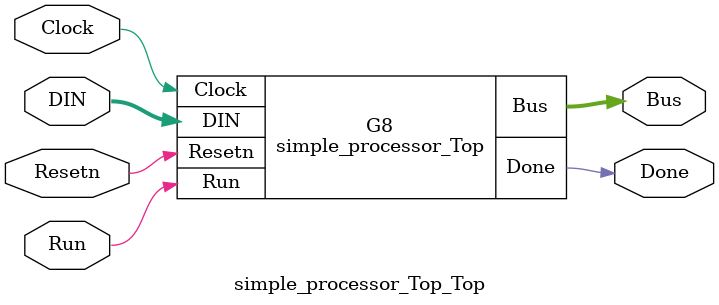
<source format=v>


module dec3to8_1 ( W, Y );
  input [2:0] W;
  output [9:0] Y;
  wire   n1, n2, n3, n4, n5, n6, n7;

  SAEDHVT14_INV_0P5 U3 ( .A(W[0]), .X(n3) );
  SAEDHVT14_INV_0P5 U4 ( .A(W[1]), .X(n2) );
  SAEDHVT14_INV_0P5 U5 ( .A(W[2]), .X(n1) );
  SAEDHVT14_ND2_CDC_0P5 U6 ( .A1(n2), .A2(n1), .X(n4) );
  SAEDHVT14_NR2_MM_0P5 U7 ( .A1(n3), .A2(n4), .X(Y[8]) );
  SAEDHVT14_ND2_CDC_0P5 U8 ( .A1(W[1]), .A2(n1), .X(n5) );
  SAEDHVT14_NR2_MM_0P5 U9 ( .A1(n3), .A2(n5), .X(Y[6]) );
  SAEDHVT14_ND2_CDC_0P5 U10 ( .A1(W[2]), .A2(n2), .X(n6) );
  SAEDHVT14_NR2_MM_0P5 U11 ( .A1(n3), .A2(n6), .X(Y[4]) );
  SAEDHVT14_AN3_0P5 U12 ( .A1(W[0]), .A2(W[1]), .A3(W[2]), .X(Y[2]) );
  SAEDHVT14_NR2_MM_0P5 U13 ( .A1(W[0]), .A2(n4), .X(Y[9]) );
  SAEDHVT14_NR2_MM_0P5 U14 ( .A1(W[0]), .A2(n5), .X(Y[7]) );
  SAEDHVT14_NR2_MM_0P5 U15 ( .A1(W[0]), .A2(n6), .X(Y[5]) );
  SAEDHVT14_ND2_CDC_0P5 U16 ( .A1(W[1]), .A2(W[2]), .X(n7) );
  SAEDHVT14_NR2_MM_0P5 U17 ( .A1(W[0]), .A2(n7), .X(Y[3]) );
endmodule


module dec3to8_3bit ( W, Y );
  input [2:0] W;
  output [2:0] Y;

  assign Y[2] = W[2];
  assign Y[1] = W[1];
  assign Y[0] = W[0];

endmodule


module dec3to8_0 ( W, Y );
  input [2:0] W;
  output [9:0] Y;
  wire   n1, n2, n3, n4, n5, n6, n7;

  SAEDHVT14_INV_0P5 U3 ( .A(W[0]), .X(n3) );
  SAEDHVT14_INV_0P5 U4 ( .A(W[2]), .X(n1) );
  SAEDHVT14_ND2_CDC_0P5 U5 ( .A1(W[1]), .A2(n1), .X(n6) );
  SAEDHVT14_NR2_MM_0P5 U6 ( .A1(n3), .A2(n6), .X(Y[6]) );
  SAEDHVT14_INV_0P5 U7 ( .A(W[1]), .X(n2) );
  SAEDHVT14_ND2_CDC_0P5 U8 ( .A1(W[2]), .A2(n2), .X(n4) );
  SAEDHVT14_NR2_MM_0P5 U9 ( .A1(n3), .A2(n4), .X(Y[4]) );
  SAEDHVT14_AN3_0P5 U10 ( .A1(W[0]), .A2(W[1]), .A3(W[2]), .X(Y[2]) );
  SAEDHVT14_ND2_CDC_0P5 U11 ( .A1(n2), .A2(n1), .X(n7) );
  SAEDHVT14_NR2_MM_0P5 U12 ( .A1(n3), .A2(n7), .X(Y[8]) );
  SAEDHVT14_NR2_MM_0P5 U13 ( .A1(W[0]), .A2(n4), .X(Y[5]) );
  SAEDHVT14_ND2_CDC_0P5 U14 ( .A1(W[1]), .A2(W[2]), .X(n5) );
  SAEDHVT14_NR2_MM_0P5 U15 ( .A1(W[0]), .A2(n5), .X(Y[3]) );
  SAEDHVT14_NR2_MM_0P5 U16 ( .A1(W[0]), .A2(n6), .X(Y[7]) );
  SAEDHVT14_NR2_MM_0P5 U17 ( .A1(W[0]), .A2(n7), .X(Y[9]) );
endmodule


module controller_new ( DIN, Run, Resetn, Clock, Done, R0out, R1out, R2out, 
        R3out, R4out, R5out, R6out, R7out, Gout, DINout, LdR0, LdR1, LdR2, 
        LdR3, LdR4, LdR5, LdR6, LdR7, LdA, LdG, Add_sub );
  input [8:0] DIN;
  input Run, Resetn, Clock;
  output Done, R0out, R1out, R2out, R3out, R4out, R5out, R6out, R7out, Gout,
         DINout, LdR0, LdR1, LdR2, LdR3, LdR4, LdR5, LdR6, LdR7, LdA, LdG,
         Add_sub;
  wire   N31, N32, N33, N34, IRin, N132, N133, N134, N135, N136, N137, N138,
         N139, N140, N141, N142, N143, N144, N145, N146, N147, N148, N149,
         N150, N151, N152, N153, N154, N155, N156, N157, N158, N159, n25, n26,
         n27, n28, n29, n1, n2, n3, n4, n5, n6, n7, n8, n9, n10, n11, n12, n13,
         n14, n15, n16, n17, n18, n19, n20, n21, n22, n23, n24, n30, n31,
         SYNOPSYS_UNCONNECTED_1, SYNOPSYS_UNCONNECTED_2,
         SYNOPSYS_UNCONNECTED_3, SYNOPSYS_UNCONNECTED_4;
  wire   [8:0] IR;
  wire   [9:2] Xreg;
  wire   [9:2] Yreg;
  wire   [2:0] opcode_decoded;
  wire   [3:0] PS;
  wire   [2:0] opcode;

  dec3to8_1 Z1 ( .W(IR[5:3]), .Y({Xreg, SYNOPSYS_UNCONNECTED_1, 
        SYNOPSYS_UNCONNECTED_2}) );
  dec3to8_0 Z2 ( .W(IR[2:0]), .Y({Yreg, SYNOPSYS_UNCONNECTED_3, 
        SYNOPSYS_UNCONNECTED_4}) );
  dec3to8_3bit Z3 ( .W(IR[8:6]), .Y(opcode_decoded) );
  SAEDHVT14_LDPQ_U_0P5 IR_reg_6_ ( .G(N145), .D(DIN[6]), .Q(IR[6]) );
  SAEDHVT14_LDPQ_U_0P5 IR_reg_7_ ( .G(N145), .D(DIN[7]), .Q(IR[7]) );
  SAEDHVT14_LDPQ_U_0P5 IR_reg_8_ ( .G(N145), .D(DIN[8]), .Q(IR[8]) );
  SAEDHVT14_LDPQ_U_0P5 IRin_reg ( .G(N144), .D(n28), .Q(IRin) );
  SAEDHVT14_LDPQ_U_0P5 LdA_reg ( .G(N141), .D(N142), .Q(LdA) );
  SAEDHVT14_LDPQ_U_0P5 LdG_reg ( .G(N141), .D(N143), .Q(LdG) );
  SAEDHVT14_LDPQ_U_0P5 Gout_reg ( .G(N149), .D(N159), .Q(Gout) );
  SAEDHVT14_LDPQ_U_0P5 IR_reg_5_ ( .G(N145), .D(DIN[5]), .Q(IR[5]) );
  SAEDHVT14_LDPQ_U_0P5 IR_reg_4_ ( .G(N145), .D(DIN[4]), .Q(IR[4]) );
  SAEDHVT14_LDPQ_U_0P5 IR_reg_3_ ( .G(N145), .D(DIN[3]), .Q(IR[3]) );
  SAEDHVT14_LDPQ_U_0P5 LdR7_reg ( .G(N132), .D(N140), .Q(LdR7) );
  SAEDHVT14_LDPQ_U_0P5 LdR6_reg ( .G(N132), .D(N139), .Q(LdR6) );
  SAEDHVT14_LDPQ_U_0P5 LdR5_reg ( .G(N132), .D(N138), .Q(LdR5) );
  SAEDHVT14_LDPQ_U_0P5 LdR4_reg ( .G(N132), .D(N137), .Q(LdR4) );
  SAEDHVT14_LDPQ_U_0P5 LdR3_reg ( .G(N132), .D(N136), .Q(LdR3) );
  SAEDHVT14_LDPQ_U_0P5 LdR2_reg ( .G(N132), .D(N135), .Q(LdR2) );
  SAEDHVT14_LDPQ_U_0P5 LdR1_reg ( .G(N132), .D(N134), .Q(LdR1) );
  SAEDHVT14_LDPQ_U_0P5 LdR0_reg ( .G(N132), .D(N133), .Q(LdR0) );
  SAEDHVT14_LDPQ_U_0P5 IR_reg_2_ ( .G(N145), .D(DIN[2]), .Q(IR[2]) );
  SAEDHVT14_LDPQ_U_0P5 IR_reg_1_ ( .G(N145), .D(DIN[1]), .Q(IR[1]) );
  SAEDHVT14_LDPQ_U_0P5 IR_reg_0_ ( .G(N145), .D(DIN[0]), .Q(IR[0]) );
  SAEDHVT14_LDPQ_U_0P5 R7out_reg ( .G(N149), .D(N158), .Q(R7out) );
  SAEDHVT14_LDPQ_U_0P5 R6out_reg ( .G(N149), .D(N157), .Q(R6out) );
  SAEDHVT14_LDPQ_U_0P5 R5out_reg ( .G(N149), .D(N156), .Q(R5out) );
  SAEDHVT14_LDPQ_U_0P5 Done_reg ( .G(N146), .D(N147), .Q(Done) );
  SAEDHVT14_LDPQ_U_0P5 Add_sub_reg ( .G(N148), .D(n29), .Q(Add_sub) );
  SAEDHVT14_LDPQ_U_0P5 DINout_reg ( .G(N149), .D(N150), .Q(DINout) );
  SAEDHVT14_LDPQ_U_0P5 R0out_reg ( .G(N149), .D(N151), .Q(R0out) );
  SAEDHVT14_LDPQ_U_0P5 R1out_reg ( .G(N149), .D(N152), .Q(R1out) );
  SAEDHVT14_LDPQ_U_0P5 R2out_reg ( .G(N149), .D(N153), .Q(R2out) );
  SAEDHVT14_LDPQ_U_0P5 R3out_reg ( .G(N149), .D(N154), .Q(R3out) );
  SAEDHVT14_LDPQ_U_0P5 R4out_reg ( .G(N149), .D(N155), .Q(R4out) );
  SAEDHVT14_FDP_V2LP_0P5 PS_reg_0_ ( .D(N31), .CK(Clock), .Q(PS[0]) );
  SAEDHVT14_FDP_V2LP_0P5 opcode_reg_2_ ( .D(n27), .CK(Clock), .Q(opcode[2]) );
  SAEDHVT14_FDP_V2LP_0P5 opcode_reg_0_ ( .D(n26), .CK(Clock), .Q(opcode[0]) );
  SAEDHVT14_FDP_V2LP_0P5 opcode_reg_1_ ( .D(n25), .CK(Clock), .Q(opcode[1]) );
  SAEDHVT14_FDP_V2LP_0P5 PS_reg_2_ ( .D(N33), .CK(Clock), .Q(PS[2]), .QN(n31)
         );
  SAEDHVT14_FDP_V2LP_0P5 PS_reg_1_ ( .D(N32), .CK(Clock), .Q(PS[1]), .QN(n30)
         );
  SAEDHVT14_FDP_V2LP_0P5 PS_reg_3_ ( .D(N34), .CK(Clock), .Q(PS[3]), .QN(n24)
         );
  SAEDHVT14_AN2_MM_0P5 U3 ( .A1(Xreg[4]), .A2(N147), .X(N138) );
  SAEDHVT14_AN2_MM_0P5 U4 ( .A1(Xreg[8]), .A2(N147), .X(N134) );
  SAEDHVT14_AN2_MM_0P5 U5 ( .A1(Xreg[7]), .A2(N147), .X(N135) );
  SAEDHVT14_AN2_MM_0P5 U6 ( .A1(Xreg[9]), .A2(N147), .X(N133) );
  SAEDHVT14_AN2_MM_0P5 U7 ( .A1(Xreg[6]), .A2(N147), .X(N136) );
  SAEDHVT14_AN2_MM_0P5 U8 ( .A1(Xreg[5]), .A2(N147), .X(N137) );
  SAEDHVT14_AN2_MM_0P5 U9 ( .A1(Xreg[3]), .A2(N147), .X(N139) );
  SAEDHVT14_AN2_MM_0P5 U10 ( .A1(Xreg[2]), .A2(N147), .X(N140) );
  SAEDHVT14_NR2_MM_0P5 U11 ( .A1(PS[0]), .A2(PS[2]), .X(n2) );
  SAEDHVT14_AN3_0P5 U12 ( .A1(PS[1]), .A2(n2), .A3(n24), .X(N142) );
  SAEDHVT14_INV_0P5 U13 ( .A(N142), .X(n19) );
  SAEDHVT14_NR2_MM_0P5 U14 ( .A1(opcode[1]), .A2(opcode[0]), .X(n11) );
  SAEDHVT14_NR2_MM_0P5 U15 ( .A1(n11), .A2(opcode[2]), .X(n20) );
  SAEDHVT14_ND2_CDC_0P5 U16 ( .A1(opcode[1]), .A2(opcode[0]), .X(n14) );
  SAEDHVT14_ND2_CDC_0P5 U17 ( .A1(n20), .A2(n14), .X(n1) );
  SAEDHVT14_NR2_MM_0P5 U18 ( .A1(n19), .A2(n1), .X(N148) );
  SAEDHVT14_OR4_1 U19 ( .A1(n31), .A2(PS[1]), .A3(PS[3]), .A4(PS[0]), .X(n17)
         );
  SAEDHVT14_INV_0P5 U20 ( .A(n17), .X(N143) );
  SAEDHVT14_AN4_0P75 U21 ( .A1(PS[0]), .A2(n30), .A3(n24), .A4(n31), .X(n28)
         );
  SAEDHVT14_INV_0P5 U22 ( .A(n1), .X(n18) );
  SAEDHVT14_ND2_CDC_0P5 U23 ( .A1(N143), .A2(n18), .X(n10) );
  SAEDHVT14_INV_0P5 U24 ( .A(n28), .X(n12) );
  SAEDHVT14_ND3B_0P5 U25 ( .A(N148), .B1(n10), .B2(n12), .X(N141) );
  SAEDHVT14_AN3_0P5 U26 ( .A1(PS[3]), .A2(n2), .A3(n30), .X(N159) );
  SAEDHVT14_ND2B_U_0P5 U27 ( .A(opcode[2]), .B(N143), .X(n15) );
  SAEDHVT14_NR2_MM_0P5 U28 ( .A1(opcode[2]), .A2(n19), .X(n6) );
  SAEDHVT14_ND2_CDC_0P5 U29 ( .A1(n11), .A2(n6), .X(n8) );
  SAEDHVT14_ND2_CDC_0P5 U30 ( .A1(n18), .A2(N159), .X(n3) );
  SAEDHVT14_AN3_0P5 U31 ( .A1(n8), .A2(n12), .A3(n3), .X(n4) );
  SAEDHVT14_OAI21_0P5 U32 ( .A1(n14), .A2(n15), .B(n4), .X(N146) );
  SAEDHVT14_INV_0P5 U33 ( .A(n6), .X(n16) );
  SAEDHVT14_INV_0P5 U34 ( .A(N146), .X(n5) );
  SAEDHVT14_OAI21_0P5 U35 ( .A1(n16), .A2(n14), .B(n5), .X(N132) );
  SAEDHVT14_AOI21_0P5 U36 ( .A1(n18), .A2(N159), .B(n6), .X(n7) );
  SAEDHVT14_OAI21_0P5 U37 ( .A1(n11), .A2(n15), .B(n7), .X(N149) );
  SAEDHVT14_NR3B_U_0P5 U38 ( .A(opcode[0]), .B1(opcode[1]), .B2(opcode[2]), 
        .X(n29) );
  SAEDHVT14_ND2_CDC_0P5 U39 ( .A1(n8), .A2(n10), .X(n9) );
  SAEDHVT14_AO22_0P5 U40 ( .A1(Xreg[5]), .A2(N148), .B1(Yreg[5]), .B2(n9), .X(
        N155) );
  SAEDHVT14_AO22_0P5 U41 ( .A1(Xreg[6]), .A2(N148), .B1(Yreg[6]), .B2(n9), .X(
        N154) );
  SAEDHVT14_AO22_0P5 U42 ( .A1(Xreg[3]), .A2(N148), .B1(Yreg[3]), .B2(n9), .X(
        N157) );
  SAEDHVT14_AO22_0P5 U43 ( .A1(Xreg[4]), .A2(N148), .B1(Yreg[4]), .B2(n9), .X(
        N156) );
  SAEDHVT14_AO22_0P5 U44 ( .A1(Xreg[7]), .A2(N148), .B1(Yreg[7]), .B2(n9), .X(
        N153) );
  SAEDHVT14_AO22_0P5 U45 ( .A1(Xreg[2]), .A2(N148), .B1(Yreg[2]), .B2(n9), .X(
        N158) );
  SAEDHVT14_AO22_0P5 U46 ( .A1(Xreg[8]), .A2(N148), .B1(Yreg[8]), .B2(n9), .X(
        N152) );
  SAEDHVT14_AO22_0P5 U47 ( .A1(Xreg[9]), .A2(N148), .B1(Yreg[9]), .B2(n9), .X(
        N151) );
  SAEDHVT14_MUX2_U_0P5 U48 ( .D0(opcode[0]), .D1(opcode_decoded[0]), .S(IRin), 
        .X(n26) );
  SAEDHVT14_MUX2_U_0P5 U49 ( .D0(opcode[1]), .D1(opcode_decoded[1]), .S(IRin), 
        .X(n25) );
  SAEDHVT14_MUX2_U_0P5 U50 ( .D0(opcode[2]), .D1(opcode_decoded[2]), .S(IRin), 
        .X(n27) );
  SAEDHVT14_ND2_CDC_0P5 U51 ( .A1(n28), .A2(Run), .X(n13) );
  SAEDHVT14_INV_0P5 U52 ( .A(Resetn), .X(n22) );
  SAEDHVT14_NR2_MM_0P5 U53 ( .A1(n13), .A2(n22), .X(N32) );
  SAEDHVT14_NR2_MM_0P5 U54 ( .A1(n10), .A2(n22), .X(N34) );
  SAEDHVT14_NR3_0P5 U55 ( .A1(n16), .A2(n22), .A3(n11), .X(N33) );
  SAEDHVT14_OR3_0P5 U56 ( .A1(N142), .A2(N143), .A3(N159), .X(N147) );
  SAEDHVT14_ND2_CDC_0P5 U57 ( .A1(n19), .A2(n12), .X(N144) );
  SAEDHVT14_INV_0P5 U58 ( .A(n13), .X(N145) );
  SAEDHVT14_AOI21_0P5 U59 ( .A1(n16), .A2(n15), .B(n14), .X(N150) );
  SAEDHVT14_NR2_MM_0P5 U60 ( .A1(N147), .A2(N145), .X(n23) );
  SAEDHVT14_OAI22_0P5 U61 ( .A1(n20), .A2(n19), .B1(n18), .B2(n17), .X(n21) );
  SAEDHVT14_OR4_1 U62 ( .A1(N159), .A2(n23), .A3(n22), .A4(n21), .X(N31) );
endmodule


module mux_10to1 ( R0out, R1out, R2out, R3out, R4out, R5out, R6out, R7out, 
        Gout, DINout, DIN, R0, R1, R2, R3, R4, R5, R6, R7, G, Bus );
  input [8:0] DIN;
  input [8:0] R0;
  input [8:0] R1;
  input [8:0] R2;
  input [8:0] R3;
  input [8:0] R4;
  input [8:0] R5;
  input [8:0] R6;
  input [8:0] R7;
  input [8:0] G;
  output [8:0] Bus;
  input R0out, R1out, R2out, R3out, R4out, R5out, R6out, R7out, Gout, DINout;
  wire   N20, N21, N22, N23, N24, N25, N26, N27, N28, N29, n1, n2, n3, n4, n5,
         n6, n7, n8, n9, n10, n11, n12, n13, n14, n15, n16, n17, n18, n19, n20,
         n21, n22, n23, n24, n25, n26, n27, n28, n29, n30, n31, n32, n33, n34,
         n35, n36, n37, n38, n39, n40, n41, n42, n43, n44, n45, n46, n47, n48,
         n49, n50, n51, n52, n53, n54, n55, n56, n57, n58, n59, n60, n61, n62,
         n63, n64, n65, n66, n67, n68, n69, n70, n71, n72, n73, n74, n75, n76,
         n77, n78, n79, n80, n81, n82, n83, n84, n85, n86, n87;

  SAEDHVT14_LDPQ_U_0P5 Bus_reg_8_ ( .G(N20), .D(N29), .Q(Bus[8]) );
  SAEDHVT14_LDPQ_U_0P5 Bus_reg_7_ ( .G(N20), .D(N28), .Q(Bus[7]) );
  SAEDHVT14_LDPQ_U_0P5 Bus_reg_6_ ( .G(N20), .D(N27), .Q(Bus[6]) );
  SAEDHVT14_LDPQ_U_0P5 Bus_reg_5_ ( .G(N20), .D(N26), .Q(Bus[5]) );
  SAEDHVT14_LDPQ_U_0P5 Bus_reg_4_ ( .G(N20), .D(N25), .Q(Bus[4]) );
  SAEDHVT14_LDPQ_U_0P5 Bus_reg_3_ ( .G(N20), .D(N24), .Q(Bus[3]) );
  SAEDHVT14_LDPQ_U_0P5 Bus_reg_2_ ( .G(N20), .D(N23), .Q(Bus[2]) );
  SAEDHVT14_LDPQ_U_0P5 Bus_reg_1_ ( .G(N20), .D(N22), .Q(Bus[1]) );
  SAEDHVT14_LDPQ_U_0P5 Bus_reg_0_ ( .G(N20), .D(N21), .Q(Bus[0]) );
  SAEDHVT14_INV_0P5 U3 ( .A(R6out), .X(n17) );
  SAEDHVT14_INV_0P5 U4 ( .A(R0out), .X(n8) );
  SAEDHVT14_INV_0P5 U5 ( .A(R4out), .X(n15) );
  SAEDHVT14_ND2_CDC_0P5 U6 ( .A1(n8), .A2(n15), .X(n2) );
  SAEDHVT14_OR3_0P5 U7 ( .A1(R7out), .A2(Gout), .A3(DINout), .X(n1) );
  SAEDHVT14_OR4_1 U8 ( .A1(R2out), .A2(R3out), .A3(R1out), .A4(n1), .X(n6) );
  SAEDHVT14_NR2_MM_0P5 U9 ( .A1(n2), .A2(n6), .X(n18) );
  SAEDHVT14_INV_0P5 U10 ( .A(R5out), .X(n5) );
  SAEDHVT14_AN3_0P5 U11 ( .A1(R6out), .A2(n18), .A3(n5), .X(n72) );
  SAEDHVT14_OR4_1 U12 ( .A1(R5out), .A2(R6out), .A3(R0out), .A4(R4out), .X(n12) );
  SAEDHVT14_OR4_1 U13 ( .A1(R7out), .A2(Gout), .A3(DINout), .A4(n12), .X(n9)
         );
  SAEDHVT14_NR2_MM_0P5 U14 ( .A1(R1out), .A2(n9), .X(n4) );
  SAEDHVT14_INV_0P5 U15 ( .A(R3out), .X(n3) );
  SAEDHVT14_NR3B_U_0P5 U16 ( .A(n4), .B1(n3), .B2(R2out), .X(n80) );
  SAEDHVT14_AN3_0P5 U17 ( .A1(R2out), .A2(n4), .A3(n3), .X(n73) );
  SAEDHVT14_ND2_CDC_0P5 U18 ( .A1(n5), .A2(n17), .X(n7) );
  SAEDHVT14_NR2_MM_0P5 U19 ( .A1(n7), .A2(n6), .X(n16) );
  SAEDHVT14_AN3_0P5 U20 ( .A1(R4out), .A2(n16), .A3(n8), .X(n81) );
  SAEDHVT14_INV_0P5 U21 ( .A(n9), .X(n11) );
  SAEDHVT14_NR2_MM_0P5 U22 ( .A1(R2out), .A2(R3out), .X(n10) );
  SAEDHVT14_AN3_0P5 U23 ( .A1(R1out), .A2(n11), .A3(n10), .X(n79) );
  SAEDHVT14_NR2_MM_0P5 U24 ( .A1(Gout), .A2(DINout), .X(n14) );
  SAEDHVT14_OR4_1 U25 ( .A1(R2out), .A2(R3out), .A3(R1out), .A4(n12), .X(n19)
         );
  SAEDHVT14_INV_0P5 U26 ( .A(n19), .X(n13) );
  SAEDHVT14_AN3_0P5 U27 ( .A1(R7out), .A2(n14), .A3(n13), .X(n78) );
  SAEDHVT14_OR4_1 U28 ( .A1(n73), .A2(n81), .A3(n79), .A4(n78), .X(n23) );
  SAEDHVT14_AN3_0P5 U29 ( .A1(R0out), .A2(n16), .A3(n15), .X(n75) );
  SAEDHVT14_AN3_0P5 U30 ( .A1(R5out), .A2(n18), .A3(n17), .X(n74) );
  SAEDHVT14_NR2_MM_0P5 U31 ( .A1(R7out), .A2(n19), .X(n21) );
  SAEDHVT14_INV_0P5 U32 ( .A(DINout), .X(n20) );
  SAEDHVT14_NR3B_U_0P5 U33 ( .A(n21), .B1(n20), .B2(Gout), .X(n77) );
  SAEDHVT14_AN3_0P5 U34 ( .A1(Gout), .A2(n21), .A3(n20), .X(n76) );
  SAEDHVT14_OR4_1 U35 ( .A1(n75), .A2(n74), .A3(n77), .A4(n76), .X(n22) );
  SAEDHVT14_OR4_1 U36 ( .A1(n72), .A2(n80), .A3(n23), .A4(n22), .X(N20) );
  SAEDHVT14_AOI22_0P5 U37 ( .A1(n73), .A2(R2[0]), .B1(n72), .B2(R6[0]), .X(n29) );
  SAEDHVT14_AOI22_0P5 U38 ( .A1(n75), .A2(R0[0]), .B1(n74), .B2(R5[0]), .X(n27) );
  SAEDHVT14_AOI22_0P5 U39 ( .A1(n77), .A2(DIN[0]), .B1(n76), .B2(G[0]), .X(n26) );
  SAEDHVT14_AOI22_0P5 U40 ( .A1(n79), .A2(R1[0]), .B1(n78), .B2(R7[0]), .X(n25) );
  SAEDHVT14_AOI22_0P5 U41 ( .A1(n81), .A2(R4[0]), .B1(n80), .B2(R3[0]), .X(n24) );
  SAEDHVT14_AN4_0P75 U42 ( .A1(n27), .A2(n26), .A3(n25), .A4(n24), .X(n28) );
  SAEDHVT14_ND2_CDC_0P5 U43 ( .A1(n29), .A2(n28), .X(N21) );
  SAEDHVT14_AOI22_0P5 U44 ( .A1(n73), .A2(R2[3]), .B1(n72), .B2(R6[3]), .X(n35) );
  SAEDHVT14_AOI22_0P5 U45 ( .A1(n75), .A2(R0[3]), .B1(n74), .B2(R5[3]), .X(n33) );
  SAEDHVT14_AOI22_0P5 U46 ( .A1(n77), .A2(DIN[3]), .B1(n76), .B2(G[3]), .X(n32) );
  SAEDHVT14_AOI22_0P5 U47 ( .A1(n79), .A2(R1[3]), .B1(n78), .B2(R7[3]), .X(n31) );
  SAEDHVT14_AOI22_0P5 U48 ( .A1(n81), .A2(R4[3]), .B1(n80), .B2(R3[3]), .X(n30) );
  SAEDHVT14_AN4_0P75 U49 ( .A1(n33), .A2(n32), .A3(n31), .A4(n30), .X(n34) );
  SAEDHVT14_ND2_CDC_0P5 U50 ( .A1(n35), .A2(n34), .X(N24) );
  SAEDHVT14_AOI22_0P5 U51 ( .A1(n73), .A2(R2[5]), .B1(n72), .B2(R6[5]), .X(n41) );
  SAEDHVT14_AOI22_0P5 U52 ( .A1(n75), .A2(R0[5]), .B1(n74), .B2(R5[5]), .X(n39) );
  SAEDHVT14_AOI22_0P5 U53 ( .A1(n77), .A2(DIN[5]), .B1(n76), .B2(G[5]), .X(n38) );
  SAEDHVT14_AOI22_0P5 U54 ( .A1(n79), .A2(R1[5]), .B1(n78), .B2(R7[5]), .X(n37) );
  SAEDHVT14_AOI22_0P5 U55 ( .A1(n81), .A2(R4[5]), .B1(n80), .B2(R3[5]), .X(n36) );
  SAEDHVT14_AN4_0P75 U56 ( .A1(n39), .A2(n38), .A3(n37), .A4(n36), .X(n40) );
  SAEDHVT14_ND2_CDC_0P5 U57 ( .A1(n41), .A2(n40), .X(N26) );
  SAEDHVT14_AOI22_0P5 U58 ( .A1(n73), .A2(R2[1]), .B1(n72), .B2(R6[1]), .X(n47) );
  SAEDHVT14_AOI22_0P5 U59 ( .A1(n75), .A2(R0[1]), .B1(n74), .B2(R5[1]), .X(n45) );
  SAEDHVT14_AOI22_0P5 U60 ( .A1(n77), .A2(DIN[1]), .B1(n76), .B2(G[1]), .X(n44) );
  SAEDHVT14_AOI22_0P5 U61 ( .A1(n79), .A2(R1[1]), .B1(n78), .B2(R7[1]), .X(n43) );
  SAEDHVT14_AOI22_0P5 U62 ( .A1(n81), .A2(R4[1]), .B1(n80), .B2(R3[1]), .X(n42) );
  SAEDHVT14_AN4_0P75 U63 ( .A1(n45), .A2(n44), .A3(n43), .A4(n42), .X(n46) );
  SAEDHVT14_ND2_CDC_0P5 U64 ( .A1(n47), .A2(n46), .X(N22) );
  SAEDHVT14_AOI22_0P5 U65 ( .A1(n73), .A2(R2[2]), .B1(n72), .B2(R6[2]), .X(n53) );
  SAEDHVT14_AOI22_0P5 U66 ( .A1(n75), .A2(R0[2]), .B1(n74), .B2(R5[2]), .X(n51) );
  SAEDHVT14_AOI22_0P5 U67 ( .A1(n77), .A2(DIN[2]), .B1(n76), .B2(G[2]), .X(n50) );
  SAEDHVT14_AOI22_0P5 U68 ( .A1(n79), .A2(R1[2]), .B1(n78), .B2(R7[2]), .X(n49) );
  SAEDHVT14_AOI22_0P5 U69 ( .A1(n81), .A2(R4[2]), .B1(n80), .B2(R3[2]), .X(n48) );
  SAEDHVT14_AN4_0P75 U70 ( .A1(n51), .A2(n50), .A3(n49), .A4(n48), .X(n52) );
  SAEDHVT14_ND2_CDC_0P5 U71 ( .A1(n53), .A2(n52), .X(N23) );
  SAEDHVT14_AOI22_0P5 U72 ( .A1(n73), .A2(R2[8]), .B1(n72), .B2(R6[8]), .X(n59) );
  SAEDHVT14_AOI22_0P5 U73 ( .A1(n75), .A2(R0[8]), .B1(n74), .B2(R5[8]), .X(n57) );
  SAEDHVT14_AOI22_0P5 U74 ( .A1(n77), .A2(DIN[8]), .B1(n76), .B2(G[8]), .X(n56) );
  SAEDHVT14_AOI22_0P5 U75 ( .A1(n79), .A2(R1[8]), .B1(n78), .B2(R7[8]), .X(n55) );
  SAEDHVT14_AOI22_0P5 U76 ( .A1(n81), .A2(R4[8]), .B1(n80), .B2(R3[8]), .X(n54) );
  SAEDHVT14_AN4_0P75 U77 ( .A1(n57), .A2(n56), .A3(n55), .A4(n54), .X(n58) );
  SAEDHVT14_ND2_CDC_0P5 U78 ( .A1(n59), .A2(n58), .X(N29) );
  SAEDHVT14_AOI22_0P5 U79 ( .A1(n73), .A2(R2[7]), .B1(n72), .B2(R6[7]), .X(n65) );
  SAEDHVT14_AOI22_0P5 U80 ( .A1(n75), .A2(R0[7]), .B1(n74), .B2(R5[7]), .X(n63) );
  SAEDHVT14_AOI22_0P5 U81 ( .A1(n77), .A2(DIN[7]), .B1(n76), .B2(G[7]), .X(n62) );
  SAEDHVT14_AOI22_0P5 U82 ( .A1(n79), .A2(R1[7]), .B1(n78), .B2(R7[7]), .X(n61) );
  SAEDHVT14_AOI22_0P5 U83 ( .A1(n81), .A2(R4[7]), .B1(n80), .B2(R3[7]), .X(n60) );
  SAEDHVT14_AN4_0P75 U84 ( .A1(n63), .A2(n62), .A3(n61), .A4(n60), .X(n64) );
  SAEDHVT14_ND2_CDC_0P5 U85 ( .A1(n65), .A2(n64), .X(N28) );
  SAEDHVT14_AOI22_0P5 U86 ( .A1(n73), .A2(R2[6]), .B1(n72), .B2(R6[6]), .X(n71) );
  SAEDHVT14_AOI22_0P5 U87 ( .A1(n75), .A2(R0[6]), .B1(n74), .B2(R5[6]), .X(n69) );
  SAEDHVT14_AOI22_0P5 U88 ( .A1(n77), .A2(DIN[6]), .B1(n76), .B2(G[6]), .X(n68) );
  SAEDHVT14_AOI22_0P5 U89 ( .A1(n79), .A2(R1[6]), .B1(n78), .B2(R7[6]), .X(n67) );
  SAEDHVT14_AOI22_0P5 U90 ( .A1(n81), .A2(R4[6]), .B1(n80), .B2(R3[6]), .X(n66) );
  SAEDHVT14_AN4_0P75 U91 ( .A1(n69), .A2(n68), .A3(n67), .A4(n66), .X(n70) );
  SAEDHVT14_ND2_CDC_0P5 U92 ( .A1(n71), .A2(n70), .X(N27) );
  SAEDHVT14_AOI22_0P5 U93 ( .A1(n73), .A2(R2[4]), .B1(n72), .B2(R6[4]), .X(n87) );
  SAEDHVT14_AOI22_0P5 U94 ( .A1(n75), .A2(R0[4]), .B1(n74), .B2(R5[4]), .X(n85) );
  SAEDHVT14_AOI22_0P5 U95 ( .A1(n77), .A2(DIN[4]), .B1(n76), .B2(G[4]), .X(n84) );
  SAEDHVT14_AOI22_0P5 U96 ( .A1(n79), .A2(R1[4]), .B1(n78), .B2(R7[4]), .X(n83) );
  SAEDHVT14_AOI22_0P5 U97 ( .A1(n81), .A2(R4[4]), .B1(n80), .B2(R3[4]), .X(n82) );
  SAEDHVT14_AN4_0P75 U98 ( .A1(n85), .A2(n84), .A3(n83), .A4(n82), .X(n86) );
  SAEDHVT14_ND2_CDC_0P5 U99 ( .A1(n87), .A2(n86), .X(N25) );
endmodule


module half_adder_33 ( a, b, sum, cout );
  input a, b;
  output sum, cout;


  SAEDHVT14_AN2_MM_0P5 U1 ( .A1(b), .A2(a), .X(cout) );
  SAEDHVT14_OA21B_1 U2 ( .A1(b), .A2(a), .B(cout), .X(sum) );
endmodule


module half_adder_32 ( a, b, sum, cout );
  input a, b;
  output sum, cout;


  SAEDHVT14_AN2_MM_0P5 U1 ( .A1(b), .A2(a), .X(cout) );
  SAEDHVT14_OA21B_1 U2 ( .A1(b), .A2(a), .B(cout), .X(sum) );
endmodule


module full_adder_16 ( a, b, cin, sum, cout );
  input a, b, cin;
  output sum, cout;
  wire   x, y, z;

  half_adder_33 h1 ( .a(a), .b(b), .sum(x), .cout(y) );
  half_adder_32 h2 ( .a(x), .b(cin), .sum(sum), .cout(z) );
  SAEDRVT14_OR2_0P5 U1 ( .A1(z), .A2(y), .X(cout) );
endmodule


module half_adder_30 ( a, b, sum, cout );
  input a, b;
  output sum, cout;
  wire   a;
  assign sum = a;

endmodule


module half_adder_31 ( a, b, sum, cout );
  input a, b;
  output sum, cout;


  SAEDHVT14_AN2_MM_0P5 U1 ( .A1(b), .A2(a), .X(cout) );
  SAEDHVT14_OA21B_1 U2 ( .A1(b), .A2(a), .B(cout), .X(sum) );
endmodule


module full_adder_15 ( a, b, cin, sum, cout );
  input a, b, cin;
  output sum, cout;
  wire   n1, x;

  half_adder_31 h1 ( .a(a), .b(b), .sum(x), .cout(cout) );
  half_adder_30 h2 ( .a(x), .b(n1), .sum(sum) );
  SAEDLVT14_TIE0_V1_2 U1 ( .X(n1) );
endmodule


module half_adder_24 ( a, b, sum, cout );
  input a, b;
  output sum, cout;


  SAEDHVT14_AN2_MM_0P5 U1 ( .A1(b), .A2(a), .X(cout) );
  SAEDHVT14_OA21B_1 U2 ( .A1(b), .A2(a), .B(cout), .X(sum) );
endmodule


module half_adder_25 ( a, b, sum, cout );
  input a, b;
  output sum, cout;


  SAEDHVT14_AN2_MM_0P5 U1 ( .A1(b), .A2(a), .X(cout) );
  SAEDHVT14_OA21B_1 U2 ( .A1(b), .A2(a), .B(cout), .X(sum) );
endmodule


module full_adder_12 ( a, b, cin, sum, cout );
  input a, b, cin;
  output sum, cout;
  wire   x, y, z;

  half_adder_25 h1 ( .a(a), .b(b), .sum(x), .cout(y) );
  half_adder_24 h2 ( .a(x), .b(cin), .sum(sum), .cout(z) );
  SAEDRVT14_OR2_0P5 U1 ( .A1(z), .A2(y), .X(cout) );
endmodule


module half_adder_26 ( a, b, sum, cout );
  input a, b;
  output sum, cout;


  SAEDHVT14_AN2_MM_0P5 U1 ( .A1(b), .A2(a), .X(cout) );
  SAEDHVT14_OA21B_1 U2 ( .A1(b), .A2(a), .B(cout), .X(sum) );
endmodule


module half_adder_27 ( a, b, sum, cout );
  input a, b;
  output sum, cout;


  SAEDHVT14_AN2_MM_0P5 U1 ( .A1(b), .A2(a), .X(cout) );
  SAEDHVT14_OA21B_1 U2 ( .A1(b), .A2(a), .B(cout), .X(sum) );
endmodule


module full_adder_13 ( a, b, cin, sum, cout );
  input a, b, cin;
  output sum, cout;
  wire   x, y, z;

  half_adder_27 h1 ( .a(a), .b(b), .sum(x), .cout(y) );
  half_adder_26 h2 ( .a(x), .b(cin), .sum(sum), .cout(z) );
  SAEDRVT14_OR2_0P5 U1 ( .A1(z), .A2(y), .X(cout) );
endmodule


module half_adder_28 ( a, b, sum, cout );
  input a, b;
  output sum, cout;


  SAEDHVT14_AN2_MM_0P5 U1 ( .A1(b), .A2(a), .X(cout) );
  SAEDHVT14_OA21B_1 U2 ( .A1(b), .A2(a), .B(cout), .X(sum) );
endmodule


module half_adder_29 ( a, b, sum, cout );
  input a, b;
  output sum, cout;


  SAEDHVT14_AN2_MM_0P5 U1 ( .A1(b), .A2(a), .X(cout) );
  SAEDHVT14_OA21B_1 U2 ( .A1(b), .A2(a), .B(cout), .X(sum) );
endmodule


module full_adder_14 ( a, b, cin, sum, cout );
  input a, b, cin;
  output sum, cout;
  wire   x, y, z;

  half_adder_29 h1 ( .a(a), .b(b), .sum(x), .cout(y) );
  half_adder_28 h2 ( .a(x), .b(cin), .sum(sum), .cout(z) );
  SAEDRVT14_OR2_0P5 U1 ( .A1(z), .A2(y), .X(cout) );
endmodule


module ripple_carry_4_bit_3 ( a, b, cin, sum, cout );
  input [3:0] a;
  input [3:0] b;
  output [3:0] sum;
  input cin;
  output cout;
  wire   n1, c1, c2, c3;

  full_adder_15 fa0 ( .a(a[0]), .b(b[0]), .cin(n1), .sum(sum[0]), .cout(c1) );
  full_adder_14 fa1 ( .a(a[1]), .b(b[1]), .cin(c1), .sum(sum[1]), .cout(c2) );
  full_adder_13 fa2 ( .a(a[2]), .b(b[2]), .cin(c2), .sum(sum[2]), .cout(c3) );
  full_adder_12 fa3 ( .a(a[3]), .b(b[3]), .cin(c3), .sum(sum[3]), .cout(cout)
         );
  SAEDLVT14_TIE0_V1_2 U1 ( .X(n1) );
endmodule


module half_adder_22 ( a, b, sum, cout );
  input a, b;
  output sum, cout;
  wire   a;
  assign cout = a;

  SAEDHVT14_INV_0P5 U1 ( .A(a), .X(sum) );
endmodule


module half_adder_23 ( a, b, sum, cout );
  input a, b;
  output sum, cout;


  SAEDHVT14_AN2_MM_0P5 U1 ( .A1(b), .A2(a), .X(cout) );
  SAEDHVT14_OA21B_1 U2 ( .A1(b), .A2(a), .B(cout), .X(sum) );
endmodule


module full_adder_11 ( a, b, cin, sum, cout );
  input a, b, cin;
  output sum, cout;
  wire   n1, x, y, z;

  half_adder_23 h1 ( .a(a), .b(b), .sum(x), .cout(y) );
  half_adder_22 h2 ( .a(x), .b(n1), .sum(sum), .cout(z) );
  SAEDLVT14_TIE1_4 U1 ( .X(n1) );
  SAEDRVT14_OR2_0P5 U2 ( .A1(z), .A2(y), .X(cout) );
endmodule


module half_adder_16 ( a, b, sum, cout );
  input a, b;
  output sum, cout;


  SAEDHVT14_AN2_MM_0P5 U1 ( .A1(b), .A2(a), .X(cout) );
  SAEDHVT14_OA21B_1 U2 ( .A1(b), .A2(a), .B(cout), .X(sum) );
endmodule


module half_adder_17 ( a, b, sum, cout );
  input a, b;
  output sum, cout;


  SAEDHVT14_AN2_MM_0P5 U1 ( .A1(b), .A2(a), .X(cout) );
  SAEDHVT14_OA21B_1 U2 ( .A1(b), .A2(a), .B(cout), .X(sum) );
endmodule


module full_adder_8 ( a, b, cin, sum, cout );
  input a, b, cin;
  output sum, cout;
  wire   x, y, z;

  half_adder_17 h1 ( .a(a), .b(b), .sum(x), .cout(y) );
  half_adder_16 h2 ( .a(x), .b(cin), .sum(sum), .cout(z) );
  SAEDRVT14_OR2_0P5 U1 ( .A1(z), .A2(y), .X(cout) );
endmodule


module half_adder_18 ( a, b, sum, cout );
  input a, b;
  output sum, cout;


  SAEDHVT14_AN2_MM_0P5 U1 ( .A1(b), .A2(a), .X(cout) );
  SAEDHVT14_OA21B_1 U2 ( .A1(b), .A2(a), .B(cout), .X(sum) );
endmodule


module half_adder_19 ( a, b, sum, cout );
  input a, b;
  output sum, cout;


  SAEDHVT14_AN2_MM_0P5 U1 ( .A1(b), .A2(a), .X(cout) );
  SAEDHVT14_OA21B_1 U2 ( .A1(b), .A2(a), .B(cout), .X(sum) );
endmodule


module full_adder_9 ( a, b, cin, sum, cout );
  input a, b, cin;
  output sum, cout;
  wire   x, y, z;

  half_adder_19 h1 ( .a(a), .b(b), .sum(x), .cout(y) );
  half_adder_18 h2 ( .a(x), .b(cin), .sum(sum), .cout(z) );
  SAEDRVT14_OR2_0P5 U1 ( .A1(z), .A2(y), .X(cout) );
endmodule


module half_adder_20 ( a, b, sum, cout );
  input a, b;
  output sum, cout;


  SAEDHVT14_AN2_MM_0P5 U1 ( .A1(b), .A2(a), .X(cout) );
  SAEDHVT14_OA21B_1 U2 ( .A1(b), .A2(a), .B(cout), .X(sum) );
endmodule


module half_adder_21 ( a, b, sum, cout );
  input a, b;
  output sum, cout;


  SAEDHVT14_AN2_MM_0P5 U1 ( .A1(b), .A2(a), .X(cout) );
  SAEDHVT14_OA21B_1 U2 ( .A1(b), .A2(a), .B(cout), .X(sum) );
endmodule


module full_adder_10 ( a, b, cin, sum, cout );
  input a, b, cin;
  output sum, cout;
  wire   x, y, z;

  half_adder_21 h1 ( .a(a), .b(b), .sum(x), .cout(y) );
  half_adder_20 h2 ( .a(x), .b(cin), .sum(sum), .cout(z) );
  SAEDRVT14_OR2_0P5 U1 ( .A1(z), .A2(y), .X(cout) );
endmodule


module ripple_carry_4_bit_2 ( a, b, cin, sum, cout );
  input [3:0] a;
  input [3:0] b;
  output [3:0] sum;
  input cin;
  output cout;
  wire   n1, c1, c2, c3;

  full_adder_11 fa0 ( .a(a[0]), .b(b[0]), .cin(n1), .sum(sum[0]), .cout(c1) );
  full_adder_10 fa1 ( .a(a[1]), .b(b[1]), .cin(c1), .sum(sum[1]), .cout(c2) );
  full_adder_9 fa2 ( .a(a[2]), .b(b[2]), .cin(c2), .sum(sum[2]), .cout(c3) );
  full_adder_8 fa3 ( .a(a[3]), .b(b[3]), .cin(c3), .sum(sum[3]), .cout(cout)
         );
  SAEDLVT14_TIE1_4 U1 ( .X(n1) );
endmodule


module mux2X1_2 ( in0, in1, sel, out );
  input [3:0] in0;
  input [3:0] in1;
  output [3:0] out;
  input sel;


  SAEDHVT14_MUX2_U_0P5 U1 ( .D0(in0[0]), .D1(in1[0]), .S(sel), .X(out[0]) );
  SAEDHVT14_MUX2_U_0P5 U2 ( .D0(in0[1]), .D1(in1[1]), .S(sel), .X(out[1]) );
  SAEDHVT14_MUX2_U_0P5 U3 ( .D0(in0[2]), .D1(in1[2]), .S(sel), .X(out[2]) );
  SAEDHVT14_MUX2_U_0P5 U4 ( .D0(in0[3]), .D1(in1[3]), .S(sel), .X(out[3]) );
endmodule


module mux2X1_1_1 ( in0, in1, sel, out );
  input in0, in1, sel;
  output out;


  SAEDHVT14_MUX2_U_0P5 U1 ( .D0(in0), .D1(in1), .S(sel), .X(out) );
endmodule


module carry_select_adder_4bit_slice_1 ( a, b, cin, sum, cout );
  input [3:0] a;
  input [3:0] b;
  output [3:0] sum;
  input cin;
  output cout;
  wire   n_Logic1_, n_Logic0_, c0, c1;
  wire   [3:0] s0;
  wire   [3:0] s1;

  ripple_carry_4_bit_3 rca1 ( .a(a), .b(b), .cin(n_Logic0_), .sum(s0), .cout(
        c0) );
  ripple_carry_4_bit_2 rca2 ( .a(a), .b(b), .cin(n_Logic1_), .sum(s1), .cout(
        c1) );
  mux2X1_2 ms0 ( .in0(s0), .in1(s1), .sel(cin), .out(sum) );
  mux2X1_1_1 mc0 ( .in0(c0), .in1(c1), .sel(cin), .out(cout) );
  SAEDLVT14_TIE1_4 U3 ( .X(n_Logic1_) );
  SAEDLVT14_TIE0_V1_2 U4 ( .X(n_Logic0_) );
endmodule


module half_adder_9 ( a, b, sum, cout );
  input a, b;
  output sum, cout;


  SAEDHVT14_EO2_V1_0P75 U1 ( .A1(b), .A2(a), .X(sum) );
endmodule


module half_adder_8 ( a, b, sum, cout );
  input a, b;
  output sum, cout;


  SAEDHVT14_EO2_V1_0P75 U1 ( .A1(b), .A2(a), .X(sum) );
endmodule


module full_adder_4 ( a, b, cin, sum, cout );
  input a, b, cin;
  output sum, cout;
  wire   x;

  half_adder_9 h1 ( .a(a), .b(b), .sum(x) );
  half_adder_8 h2 ( .a(x), .b(cin), .sum(sum) );
endmodule


module half_adder_10 ( a, b, sum, cout );
  input a, b;
  output sum, cout;


  SAEDHVT14_AN2_MM_0P5 U1 ( .A1(b), .A2(a), .X(cout) );
  SAEDHVT14_OA21B_1 U2 ( .A1(b), .A2(a), .B(cout), .X(sum) );
endmodule


module half_adder_11 ( a, b, sum, cout );
  input a, b;
  output sum, cout;


  SAEDHVT14_AN2_MM_0P5 U1 ( .A1(b), .A2(a), .X(cout) );
  SAEDHVT14_OA21B_1 U2 ( .A1(b), .A2(a), .B(cout), .X(sum) );
endmodule


module full_adder_5 ( a, b, cin, sum, cout );
  input a, b, cin;
  output sum, cout;
  wire   x, y, z;

  half_adder_11 h1 ( .a(a), .b(b), .sum(x), .cout(y) );
  half_adder_10 h2 ( .a(x), .b(cin), .sum(sum), .cout(z) );
  SAEDRVT14_OR2_0P5 U1 ( .A1(z), .A2(y), .X(cout) );
endmodule


module half_adder_12 ( a, b, sum, cout );
  input a, b;
  output sum, cout;


  SAEDHVT14_AN2_MM_0P5 U1 ( .A1(b), .A2(a), .X(cout) );
  SAEDHVT14_OA21B_1 U2 ( .A1(b), .A2(a), .B(cout), .X(sum) );
endmodule


module half_adder_13 ( a, b, sum, cout );
  input a, b;
  output sum, cout;


  SAEDHVT14_AN2_MM_0P5 U1 ( .A1(b), .A2(a), .X(cout) );
  SAEDHVT14_OA21B_1 U2 ( .A1(b), .A2(a), .B(cout), .X(sum) );
endmodule


module full_adder_6 ( a, b, cin, sum, cout );
  input a, b, cin;
  output sum, cout;
  wire   x, y, z;

  half_adder_13 h1 ( .a(a), .b(b), .sum(x), .cout(y) );
  half_adder_12 h2 ( .a(x), .b(cin), .sum(sum), .cout(z) );
  SAEDRVT14_OR2_0P5 U1 ( .A1(z), .A2(y), .X(cout) );
endmodule


module half_adder_15 ( a, b, sum, cout );
  input a, b;
  output sum, cout;


  SAEDHVT14_AN2_MM_0P5 U1 ( .A1(b), .A2(a), .X(cout) );
  SAEDHVT14_OA21B_1 U2 ( .A1(b), .A2(a), .B(cout), .X(sum) );
endmodule


module half_adder_14 ( a, b, sum, cout );
  input a, b;
  output sum, cout;
  wire   a;
  assign sum = a;

endmodule


module full_adder_7 ( a, b, cin, sum, cout );
  input a, b, cin;
  output sum, cout;
  wire   n1, x;

  half_adder_15 h1 ( .a(a), .b(b), .sum(x), .cout(cout) );
  half_adder_14 h2 ( .a(x), .b(n1), .sum(sum) );
  SAEDLVT14_TIE0_V1_2 U1 ( .X(n1) );
endmodule


module ripple_carry_4_bit_1 ( a, b, cin, sum, cout );
  input [3:0] a;
  input [3:0] b;
  output [3:0] sum;
  input cin;
  output cout;
  wire   n1, c1, c2, c3;

  full_adder_7 fa0 ( .a(a[0]), .b(b[0]), .cin(n1), .sum(sum[0]), .cout(c1) );
  full_adder_6 fa1 ( .a(a[1]), .b(b[1]), .cin(c1), .sum(sum[1]), .cout(c2) );
  full_adder_5 fa2 ( .a(a[2]), .b(b[2]), .cin(c2), .sum(sum[2]), .cout(c3) );
  full_adder_4 fa3 ( .a(a[3]), .b(b[3]), .cin(c3), .sum(sum[3]) );
  SAEDLVT14_TIE0_V1_2 U1 ( .X(n1) );
endmodule


module half_adder_2 ( a, b, sum, cout );
  input a, b;
  output sum, cout;


  SAEDHVT14_AN2_MM_0P5 U1 ( .A1(b), .A2(a), .X(cout) );
  SAEDHVT14_OA21B_1 U2 ( .A1(b), .A2(a), .B(cout), .X(sum) );
endmodule


module half_adder_3 ( a, b, sum, cout );
  input a, b;
  output sum, cout;


  SAEDHVT14_AN2_MM_0P5 U1 ( .A1(b), .A2(a), .X(cout) );
  SAEDHVT14_OA21B_1 U2 ( .A1(b), .A2(a), .B(cout), .X(sum) );
endmodule


module full_adder_1 ( a, b, cin, sum, cout );
  input a, b, cin;
  output sum, cout;
  wire   x, y, z;

  half_adder_3 h1 ( .a(a), .b(b), .sum(x), .cout(y) );
  half_adder_2 h2 ( .a(x), .b(cin), .sum(sum), .cout(z) );
  SAEDRVT14_OR2_0P5 U1 ( .A1(z), .A2(y), .X(cout) );
endmodule


module half_adder_4 ( a, b, sum, cout );
  input a, b;
  output sum, cout;


  SAEDHVT14_AN2_MM_0P5 U1 ( .A1(b), .A2(a), .X(cout) );
  SAEDHVT14_OA21B_1 U2 ( .A1(b), .A2(a), .B(cout), .X(sum) );
endmodule


module half_adder_5 ( a, b, sum, cout );
  input a, b;
  output sum, cout;


  SAEDHVT14_AN2_MM_0P5 U1 ( .A1(b), .A2(a), .X(cout) );
  SAEDHVT14_OA21B_1 U2 ( .A1(b), .A2(a), .B(cout), .X(sum) );
endmodule


module full_adder_2 ( a, b, cin, sum, cout );
  input a, b, cin;
  output sum, cout;
  wire   x, y, z;

  half_adder_5 h1 ( .a(a), .b(b), .sum(x), .cout(y) );
  half_adder_4 h2 ( .a(x), .b(cin), .sum(sum), .cout(z) );
  SAEDRVT14_OR2_0P5 U1 ( .A1(z), .A2(y), .X(cout) );
endmodule


module half_adder_7 ( a, b, sum, cout );
  input a, b;
  output sum, cout;


  SAEDHVT14_AN2_MM_0P5 U1 ( .A1(b), .A2(a), .X(cout) );
  SAEDHVT14_OA21B_1 U2 ( .A1(b), .A2(a), .B(cout), .X(sum) );
endmodule


module half_adder_6 ( a, b, sum, cout );
  input a, b;
  output sum, cout;
  wire   a;
  assign cout = a;

  SAEDHVT14_INV_0P5 U1 ( .A(a), .X(sum) );
endmodule


module full_adder_3 ( a, b, cin, sum, cout );
  input a, b, cin;
  output sum, cout;
  wire   n1, x, y, z;

  half_adder_7 h1 ( .a(a), .b(b), .sum(x), .cout(y) );
  half_adder_6 h2 ( .a(x), .b(n1), .sum(sum), .cout(z) );
  SAEDLVT14_TIE1_4 U1 ( .X(n1) );
  SAEDRVT14_OR2_0P5 U2 ( .A1(z), .A2(y), .X(cout) );
endmodule


module half_adder_0 ( a, b, sum, cout );
  input a, b;
  output sum, cout;


  SAEDHVT14_EO2_V1_0P75 U1 ( .A1(b), .A2(a), .X(sum) );
endmodule


module half_adder_1 ( a, b, sum, cout );
  input a, b;
  output sum, cout;


  SAEDHVT14_EO2_V1_0P75 U1 ( .A1(b), .A2(a), .X(sum) );
endmodule


module full_adder_0 ( a, b, cin, sum, cout );
  input a, b, cin;
  output sum, cout;
  wire   x;

  half_adder_1 h1 ( .a(a), .b(b), .sum(x) );
  half_adder_0 h2 ( .a(x), .b(cin), .sum(sum) );
endmodule


module ripple_carry_4_bit_0 ( a, b, cin, sum, cout );
  input [3:0] a;
  input [3:0] b;
  output [3:0] sum;
  input cin;
  output cout;
  wire   n1, c1, c2, c3;

  full_adder_3 fa0 ( .a(a[0]), .b(b[0]), .cin(n1), .sum(sum[0]), .cout(c1) );
  full_adder_2 fa1 ( .a(a[1]), .b(b[1]), .cin(c1), .sum(sum[1]), .cout(c2) );
  full_adder_1 fa2 ( .a(a[2]), .b(b[2]), .cin(c2), .sum(sum[2]), .cout(c3) );
  full_adder_0 fa3 ( .a(a[3]), .b(b[3]), .cin(c3), .sum(sum[3]) );
  SAEDLVT14_TIE1_4 U1 ( .X(n1) );
endmodule


module mux2X1_0 ( in0, in1, sel, out );
  input [3:0] in0;
  input [3:0] in1;
  output [3:0] out;
  input sel;


  SAEDHVT14_MUX2_U_0P5 U1 ( .D0(in0[0]), .D1(in1[0]), .S(sel), .X(out[0]) );
  SAEDHVT14_MUX2_U_0P5 U2 ( .D0(in0[1]), .D1(in1[1]), .S(sel), .X(out[1]) );
  SAEDHVT14_MUX2_U_0P5 U3 ( .D0(in0[2]), .D1(in1[2]), .S(sel), .X(out[2]) );
  SAEDHVT14_MUX2_U_0P5 U4 ( .D0(in0[3]), .D1(in1[3]), .S(sel), .X(out[3]) );
endmodule


module carry_select_adder_4bit_slice_0 ( a, b, cin, sum, cout );
  input [3:0] a;
  input [3:0] b;
  output [3:0] sum;
  input cin;
  output cout;
  wire   n_Logic1_, n_Logic0_;
  wire   [3:0] s0;
  wire   [3:0] s1;

  ripple_carry_4_bit_1 rca1 ( .a(a), .b(b), .cin(n_Logic0_), .sum(s0) );
  ripple_carry_4_bit_0 rca2 ( .a(a), .b(b), .cin(n_Logic1_), .sum(s1) );
  mux2X1_0 ms0 ( .in0(s0), .in1(s1), .sel(cin), .out(sum) );
  SAEDLVT14_TIE1_4 U3 ( .X(n_Logic1_) );
  SAEDLVT14_TIE0_V1_2 U4 ( .X(n_Logic0_) );
endmodule


module csa_9bit ( a, b, cin, sum, cout );
  input [8:0] a;
  input [8:0] b;
  output [8:0] sum;
  input cin;
  output cout;

  wire   [1:0] c;

  full_adder_16 fa0 ( .a(a[0]), .b(b[0]), .cin(cin), .sum(sum[0]), .cout(c[0])
         );
  carry_select_adder_4bit_slice_1 csa_slice1 ( .a(a[4:1]), .b(b[4:1]), .cin(
        c[0]), .sum(sum[4:1]), .cout(c[1]) );
  carry_select_adder_4bit_slice_0 csa_slice2 ( .a(a[8:5]), .b(b[8:5]), .cin(
        c[1]), .sum(sum[8:5]) );
endmodule


module Add_Sub ( A, Bus, AddSub, ALU_out );
  input [8:0] A;
  input [8:0] Bus;
  output [8:0] ALU_out;
  input AddSub;
  wire   n1;
  wire   [8:0] xrout;

  csa_9bit add1 ( .a(A), .b(xrout), .cin(AddSub), .sum(ALU_out) );
  SAEDHVT14_INV_0P5 U1 ( .A(AddSub), .X(n1) );
  SAEDHVT14_MUXI2_U_0P5 U2 ( .D0(n1), .D1(AddSub), .S(Bus[0]), .X(xrout[0]) );
  SAEDHVT14_MUXI2_U_0P5 U3 ( .D0(n1), .D1(AddSub), .S(Bus[4]), .X(xrout[4]) );
  SAEDHVT14_MUXI2_U_0P5 U4 ( .D0(n1), .D1(AddSub), .S(Bus[3]), .X(xrout[3]) );
  SAEDHVT14_MUXI2_U_0P5 U5 ( .D0(n1), .D1(AddSub), .S(Bus[2]), .X(xrout[2]) );
  SAEDHVT14_MUXI2_U_0P5 U6 ( .D0(n1), .D1(AddSub), .S(Bus[1]), .X(xrout[1]) );
  SAEDHVT14_MUXI2_U_0P5 U7 ( .D0(n1), .D1(AddSub), .S(Bus[8]), .X(xrout[8]) );
  SAEDHVT14_MUXI2_U_0P5 U8 ( .D0(n1), .D1(AddSub), .S(Bus[7]), .X(xrout[7]) );
  SAEDHVT14_MUXI2_U_0P5 U9 ( .D0(n1), .D1(AddSub), .S(Bus[6]), .X(xrout[6]) );
  SAEDHVT14_MUXI2_U_0P5 U10 ( .D0(n1), .D1(AddSub), .S(Bus[5]), .X(xrout[5])
         );
endmodule


module reg_G ( Sum, Gin, Clock, rst, Z );
  input [8:0] Sum;
  output [8:0] Z;
  input Gin, Clock, rst;
  wire   n2, n3, n4, n5, n6, n7, n8, n9, n10, n1;

  SAEDHVT14_FDP_V2LP_0P5 Z_reg_8_ ( .D(n10), .CK(Clock), .Q(Z[8]) );
  SAEDHVT14_FDP_V2LP_0P5 Z_reg_7_ ( .D(n9), .CK(Clock), .Q(Z[7]) );
  SAEDHVT14_FDP_V2LP_0P5 Z_reg_6_ ( .D(n8), .CK(Clock), .Q(Z[6]) );
  SAEDHVT14_FDP_V2LP_0P5 Z_reg_5_ ( .D(n7), .CK(Clock), .Q(Z[5]) );
  SAEDHVT14_FDP_V2LP_0P5 Z_reg_4_ ( .D(n6), .CK(Clock), .Q(Z[4]) );
  SAEDHVT14_FDP_V2LP_0P5 Z_reg_3_ ( .D(n5), .CK(Clock), .Q(Z[3]) );
  SAEDHVT14_FDP_V2LP_0P5 Z_reg_2_ ( .D(n4), .CK(Clock), .Q(Z[2]) );
  SAEDHVT14_FDP_V2LP_0P5 Z_reg_1_ ( .D(n3), .CK(Clock), .Q(Z[1]) );
  SAEDHVT14_FDP_V2LP_0P5 Z_reg_0_ ( .D(n2), .CK(Clock), .Q(Z[0]) );
  SAEDHVT14_INV_0P5 U2 ( .A(Gin), .X(n1) );
  SAEDHVT14_OA221_U_0P5 U3 ( .A1(Gin), .A2(Z[0]), .B1(n1), .B2(Sum[0]), .C(rst), .X(n2) );
  SAEDHVT14_OA221_U_0P5 U4 ( .A1(Gin), .A2(Z[1]), .B1(n1), .B2(Sum[1]), .C(rst), .X(n3) );
  SAEDHVT14_OA221_U_0P5 U5 ( .A1(Gin), .A2(Z[2]), .B1(n1), .B2(Sum[2]), .C(rst), .X(n4) );
  SAEDHVT14_OA221_U_0P5 U6 ( .A1(Gin), .A2(Z[3]), .B1(n1), .B2(Sum[3]), .C(rst), .X(n5) );
  SAEDHVT14_OA221_U_0P5 U7 ( .A1(Gin), .A2(Z[4]), .B1(n1), .B2(Sum[4]), .C(rst), .X(n6) );
  SAEDHVT14_OA221_U_0P5 U8 ( .A1(Gin), .A2(Z[5]), .B1(n1), .B2(Sum[5]), .C(rst), .X(n7) );
  SAEDHVT14_OA221_U_0P5 U9 ( .A1(Gin), .A2(Z[6]), .B1(n1), .B2(Sum[6]), .C(rst), .X(n8) );
  SAEDHVT14_OA221_U_0P5 U10 ( .A1(Gin), .A2(Z[7]), .B1(n1), .B2(Sum[7]), .C(
        rst), .X(n9) );
  SAEDHVT14_OA221_U_0P5 U11 ( .A1(Gin), .A2(Z[8]), .B1(n1), .B2(Sum[8]), .C(
        rst), .X(n10) );
endmodule


module Register_8 ( Clock, dout, din, EN, rst );
  output [8:0] dout;
  input [8:0] din;
  input Clock, EN, rst;
  wire   n2, n3, n4, n5, n6, n7, n8, n9, n10, n1;

  SAEDHVT14_FDP_V2LP_0P5 dout_reg_6_ ( .D(n8), .CK(Clock), .Q(dout[6]) );
  SAEDHVT14_FDP_V2LP_0P5 dout_reg_8_ ( .D(n10), .CK(Clock), .Q(dout[8]) );
  SAEDHVT14_FDP_V2LP_0P5 dout_reg_7_ ( .D(n9), .CK(Clock), .Q(dout[7]) );
  SAEDHVT14_FDP_V2LP_0P5 dout_reg_5_ ( .D(n7), .CK(Clock), .Q(dout[5]) );
  SAEDHVT14_FDP_V2LP_0P5 dout_reg_4_ ( .D(n6), .CK(Clock), .Q(dout[4]) );
  SAEDHVT14_FDP_V2LP_0P5 dout_reg_3_ ( .D(n5), .CK(Clock), .Q(dout[3]) );
  SAEDHVT14_FDP_V2LP_0P5 dout_reg_2_ ( .D(n4), .CK(Clock), .Q(dout[2]) );
  SAEDHVT14_FDP_V2LP_0P5 dout_reg_1_ ( .D(n3), .CK(Clock), .Q(dout[1]) );
  SAEDHVT14_FDP_V2LP_0P5 dout_reg_0_ ( .D(n2), .CK(Clock), .Q(dout[0]) );
  SAEDHVT14_AO32_U_0P5 U3 ( .A1(rst), .A2(n1), .A3(dout[6]), .B1(EN), .B2(
        din[6]), .X(n8) );
  SAEDHVT14_AO32_U_0P5 U4 ( .A1(rst), .A2(n1), .A3(dout[0]), .B1(EN), .B2(
        din[0]), .X(n2) );
  SAEDHVT14_AO32_U_0P5 U5 ( .A1(rst), .A2(n1), .A3(dout[1]), .B1(EN), .B2(
        din[1]), .X(n3) );
  SAEDHVT14_AO32_U_0P5 U6 ( .A1(rst), .A2(n1), .A3(dout[2]), .B1(EN), .B2(
        din[2]), .X(n4) );
  SAEDHVT14_AO32_U_0P5 U7 ( .A1(rst), .A2(n1), .A3(dout[3]), .B1(EN), .B2(
        din[3]), .X(n5) );
  SAEDHVT14_AO32_U_0P5 U8 ( .A1(rst), .A2(n1), .A3(dout[4]), .B1(EN), .B2(
        din[4]), .X(n6) );
  SAEDHVT14_AO32_U_0P5 U9 ( .A1(rst), .A2(n1), .A3(dout[5]), .B1(EN), .B2(
        din[5]), .X(n7) );
  SAEDHVT14_AO32_U_0P5 U10 ( .A1(rst), .A2(n1), .A3(dout[7]), .B1(EN), .B2(
        din[7]), .X(n9) );
  SAEDHVT14_AO32_U_0P5 U11 ( .A1(rst), .A2(n1), .A3(dout[8]), .B1(EN), .B2(
        din[8]), .X(n10) );
  SAEDHVT14_INV_0P5 U12 ( .A(EN), .X(n1) );
endmodule


module Register_0 ( Clock, dout, din, EN, rst );
  output [8:0] dout;
  input [8:0] din;
  input Clock, EN, rst;
  wire   n1, n11, n12, n13, n14, n15, n16, n17, n18, n19, n20;

  SAEDHVT14_FDP_V2LP_0P5 dout_reg_0_ ( .D(n20), .CK(Clock), .Q(dout[0]) );
  SAEDHVT14_FDP_V2LP_0P5 dout_reg_8_ ( .D(n12), .CK(Clock), .Q(dout[8]) );
  SAEDHVT14_FDP_V2LP_0P5 dout_reg_7_ ( .D(n13), .CK(Clock), .Q(dout[7]) );
  SAEDHVT14_FDP_V2LP_0P5 dout_reg_6_ ( .D(n14), .CK(Clock), .Q(dout[6]) );
  SAEDHVT14_FDP_V2LP_0P5 dout_reg_5_ ( .D(n15), .CK(Clock), .Q(dout[5]) );
  SAEDHVT14_FDP_V2LP_0P5 dout_reg_4_ ( .D(n16), .CK(Clock), .Q(dout[4]) );
  SAEDHVT14_FDP_V2LP_0P5 dout_reg_3_ ( .D(n17), .CK(Clock), .Q(dout[3]) );
  SAEDHVT14_FDP_V2LP_0P5 dout_reg_2_ ( .D(n18), .CK(Clock), .Q(dout[2]) );
  SAEDHVT14_FDP_V2LP_0P5 dout_reg_1_ ( .D(n19), .CK(Clock), .Q(dout[1]) );
  SAEDHVT14_BUF_U_0P5 U3 ( .A(rst), .X(n11) );
  SAEDHVT14_INV_0P5 U4 ( .A(EN), .X(n1) );
  SAEDHVT14_AO32_U_0P5 U5 ( .A1(n11), .A2(n1), .A3(dout[0]), .B1(EN), .B2(
        din[0]), .X(n20) );
  SAEDHVT14_AO32_U_0P5 U6 ( .A1(n11), .A2(n1), .A3(dout[1]), .B1(EN), .B2(
        din[1]), .X(n19) );
  SAEDHVT14_AO32_U_0P5 U7 ( .A1(n11), .A2(n1), .A3(dout[3]), .B1(EN), .B2(
        din[3]), .X(n17) );
  SAEDHVT14_AO32_U_0P5 U8 ( .A1(n11), .A2(n1), .A3(dout[4]), .B1(EN), .B2(
        din[4]), .X(n16) );
  SAEDHVT14_AO32_U_0P5 U9 ( .A1(n11), .A2(n1), .A3(dout[7]), .B1(EN), .B2(
        din[7]), .X(n13) );
  SAEDHVT14_AO32_U_0P5 U10 ( .A1(n11), .A2(n1), .A3(dout[2]), .B1(EN), .B2(
        din[2]), .X(n18) );
  SAEDHVT14_AO32_U_0P5 U11 ( .A1(n11), .A2(n1), .A3(dout[5]), .B1(EN), .B2(
        din[5]), .X(n15) );
  SAEDHVT14_AO32_U_0P5 U12 ( .A1(n11), .A2(n1), .A3(dout[6]), .B1(EN), .B2(
        din[6]), .X(n14) );
  SAEDHVT14_AO32_U_0P5 U13 ( .A1(n11), .A2(n1), .A3(dout[8]), .B1(EN), .B2(
        din[8]), .X(n12) );
endmodule


module Register_1 ( Clock, dout, din, EN, rst );
  output [8:0] dout;
  input [8:0] din;
  input Clock, EN, rst;
  wire   n1, n11, n12, n13, n14, n15, n16, n17, n18, n19;

  SAEDHVT14_FDP_V2LP_0P5 dout_reg_8_ ( .D(n11), .CK(Clock), .Q(dout[8]) );
  SAEDHVT14_FDP_V2LP_0P5 dout_reg_7_ ( .D(n12), .CK(Clock), .Q(dout[7]) );
  SAEDHVT14_FDP_V2LP_0P5 dout_reg_6_ ( .D(n13), .CK(Clock), .Q(dout[6]) );
  SAEDHVT14_FDP_V2LP_0P5 dout_reg_5_ ( .D(n14), .CK(Clock), .Q(dout[5]) );
  SAEDHVT14_FDP_V2LP_0P5 dout_reg_4_ ( .D(n15), .CK(Clock), .Q(dout[4]) );
  SAEDHVT14_FDP_V2LP_0P5 dout_reg_3_ ( .D(n16), .CK(Clock), .Q(dout[3]) );
  SAEDHVT14_FDP_V2LP_0P5 dout_reg_2_ ( .D(n17), .CK(Clock), .Q(dout[2]) );
  SAEDHVT14_FDP_V2LP_0P5 dout_reg_1_ ( .D(n18), .CK(Clock), .Q(dout[1]) );
  SAEDHVT14_FDP_V2LP_0P5 dout_reg_0_ ( .D(n19), .CK(Clock), .Q(dout[0]) );
  SAEDHVT14_INV_0P5 U3 ( .A(EN), .X(n1) );
  SAEDHVT14_AO32_U_0P5 U4 ( .A1(rst), .A2(n1), .A3(dout[5]), .B1(EN), .B2(
        din[5]), .X(n14) );
  SAEDHVT14_AO32_U_0P5 U5 ( .A1(rst), .A2(n1), .A3(dout[4]), .B1(EN), .B2(
        din[4]), .X(n15) );
  SAEDHVT14_AO32_U_0P5 U6 ( .A1(rst), .A2(n1), .A3(dout[3]), .B1(EN), .B2(
        din[3]), .X(n16) );
  SAEDHVT14_AO32_U_0P5 U7 ( .A1(rst), .A2(n1), .A3(dout[2]), .B1(EN), .B2(
        din[2]), .X(n17) );
  SAEDHVT14_AO32_U_0P5 U8 ( .A1(rst), .A2(n1), .A3(dout[1]), .B1(EN), .B2(
        din[1]), .X(n18) );
  SAEDHVT14_AO32_U_0P5 U9 ( .A1(rst), .A2(n1), .A3(dout[0]), .B1(EN), .B2(
        din[0]), .X(n19) );
  SAEDHVT14_AO32_U_0P5 U10 ( .A1(rst), .A2(n1), .A3(dout[8]), .B1(EN), .B2(
        din[8]), .X(n11) );
  SAEDHVT14_AO32_U_0P5 U11 ( .A1(rst), .A2(n1), .A3(dout[7]), .B1(EN), .B2(
        din[7]), .X(n12) );
  SAEDHVT14_AO32_U_0P5 U12 ( .A1(rst), .A2(n1), .A3(dout[6]), .B1(EN), .B2(
        din[6]), .X(n13) );
endmodule


module Register_2 ( Clock, dout, din, EN, rst );
  output [8:0] dout;
  input [8:0] din;
  input Clock, EN, rst;
  wire   n1, n11, n12, n13, n14, n15, n16, n17, n18, n19;

  SAEDHVT14_FDP_V2LP_0P5 dout_reg_3_ ( .D(n16), .CK(Clock), .Q(dout[3]) );
  SAEDHVT14_FDP_V2LP_0P5 dout_reg_8_ ( .D(n11), .CK(Clock), .Q(dout[8]) );
  SAEDHVT14_FDP_V2LP_0P5 dout_reg_7_ ( .D(n12), .CK(Clock), .Q(dout[7]) );
  SAEDHVT14_FDP_V2LP_0P5 dout_reg_6_ ( .D(n13), .CK(Clock), .Q(dout[6]) );
  SAEDHVT14_FDP_V2LP_0P5 dout_reg_5_ ( .D(n14), .CK(Clock), .Q(dout[5]) );
  SAEDHVT14_FDP_V2LP_0P5 dout_reg_4_ ( .D(n15), .CK(Clock), .Q(dout[4]) );
  SAEDHVT14_FDP_V2LP_0P5 dout_reg_2_ ( .D(n17), .CK(Clock), .Q(dout[2]) );
  SAEDHVT14_FDP_V2LP_0P5 dout_reg_1_ ( .D(n18), .CK(Clock), .Q(dout[1]) );
  SAEDHVT14_FDP_V2LP_0P5 dout_reg_0_ ( .D(n19), .CK(Clock), .Q(dout[0]) );
  SAEDHVT14_INV_0P5 U3 ( .A(EN), .X(n1) );
  SAEDHVT14_AO32_U_0P5 U4 ( .A1(rst), .A2(n1), .A3(dout[8]), .B1(EN), .B2(
        din[8]), .X(n11) );
  SAEDHVT14_AO32_U_0P5 U5 ( .A1(rst), .A2(n1), .A3(dout[7]), .B1(EN), .B2(
        din[7]), .X(n12) );
  SAEDHVT14_AO32_U_0P5 U6 ( .A1(rst), .A2(n1), .A3(dout[6]), .B1(EN), .B2(
        din[6]), .X(n13) );
  SAEDHVT14_AO32_U_0P5 U7 ( .A1(rst), .A2(n1), .A3(dout[5]), .B1(EN), .B2(
        din[5]), .X(n14) );
  SAEDHVT14_AO32_U_0P5 U8 ( .A1(rst), .A2(n1), .A3(dout[4]), .B1(EN), .B2(
        din[4]), .X(n15) );
  SAEDHVT14_AO32_U_0P5 U9 ( .A1(rst), .A2(n1), .A3(dout[3]), .B1(EN), .B2(
        din[3]), .X(n16) );
  SAEDHVT14_AO32_U_0P5 U10 ( .A1(rst), .A2(n1), .A3(dout[2]), .B1(EN), .B2(
        din[2]), .X(n17) );
  SAEDHVT14_AO32_U_0P5 U11 ( .A1(rst), .A2(n1), .A3(dout[1]), .B1(EN), .B2(
        din[1]), .X(n18) );
  SAEDHVT14_AO32_U_0P5 U12 ( .A1(rst), .A2(n1), .A3(dout[0]), .B1(EN), .B2(
        din[0]), .X(n19) );
endmodule


module Register_3 ( Clock, dout, din, EN, rst );
  output [8:0] dout;
  input [8:0] din;
  input Clock, EN, rst;
  wire   n1, n11, n12, n13, n14, n15, n16, n17, n18, n19;

  SAEDHVT14_FDP_V2LP_0P5 dout_reg_8_ ( .D(n11), .CK(Clock), .Q(dout[8]) );
  SAEDHVT14_FDP_V2LP_0P5 dout_reg_7_ ( .D(n12), .CK(Clock), .Q(dout[7]) );
  SAEDHVT14_FDP_V2LP_0P5 dout_reg_6_ ( .D(n13), .CK(Clock), .Q(dout[6]) );
  SAEDHVT14_FDP_V2LP_0P5 dout_reg_5_ ( .D(n14), .CK(Clock), .Q(dout[5]) );
  SAEDHVT14_FDP_V2LP_0P5 dout_reg_4_ ( .D(n15), .CK(Clock), .Q(dout[4]) );
  SAEDHVT14_FDP_V2LP_0P5 dout_reg_3_ ( .D(n16), .CK(Clock), .Q(dout[3]) );
  SAEDHVT14_FDP_V2LP_0P5 dout_reg_2_ ( .D(n17), .CK(Clock), .Q(dout[2]) );
  SAEDHVT14_FDP_V2LP_0P5 dout_reg_1_ ( .D(n18), .CK(Clock), .Q(dout[1]) );
  SAEDHVT14_FDP_V2LP_0P5 dout_reg_0_ ( .D(n19), .CK(Clock), .Q(dout[0]) );
  SAEDHVT14_INV_0P5 U3 ( .A(EN), .X(n1) );
  SAEDHVT14_AO32_U_0P5 U4 ( .A1(rst), .A2(n1), .A3(dout[6]), .B1(EN), .B2(
        din[6]), .X(n13) );
  SAEDHVT14_AO32_U_0P5 U5 ( .A1(rst), .A2(n1), .A3(dout[8]), .B1(EN), .B2(
        din[8]), .X(n11) );
  SAEDHVT14_AO32_U_0P5 U6 ( .A1(rst), .A2(n1), .A3(dout[7]), .B1(EN), .B2(
        din[7]), .X(n12) );
  SAEDHVT14_AO32_U_0P5 U7 ( .A1(rst), .A2(n1), .A3(dout[5]), .B1(EN), .B2(
        din[5]), .X(n14) );
  SAEDHVT14_AO32_U_0P5 U8 ( .A1(rst), .A2(n1), .A3(dout[4]), .B1(EN), .B2(
        din[4]), .X(n15) );
  SAEDHVT14_AO32_U_0P5 U9 ( .A1(rst), .A2(n1), .A3(dout[3]), .B1(EN), .B2(
        din[3]), .X(n16) );
  SAEDHVT14_AO32_U_0P5 U10 ( .A1(rst), .A2(n1), .A3(dout[2]), .B1(EN), .B2(
        din[2]), .X(n17) );
  SAEDHVT14_AO32_U_0P5 U11 ( .A1(rst), .A2(n1), .A3(dout[1]), .B1(EN), .B2(
        din[1]), .X(n18) );
  SAEDHVT14_AO32_U_0P5 U12 ( .A1(rst), .A2(n1), .A3(dout[0]), .B1(EN), .B2(
        din[0]), .X(n19) );
endmodule


module Register_4 ( Clock, dout, din, EN, rst );
  output [8:0] dout;
  input [8:0] din;
  input Clock, EN, rst;
  wire   n1, n11, n12, n13, n14, n15, n16, n17, n18, n19;

  SAEDHVT14_FDP_V2LP_0P5 dout_reg_6_ ( .D(n13), .CK(Clock), .Q(dout[6]) );
  SAEDHVT14_FDP_V2LP_0P5 dout_reg_8_ ( .D(n11), .CK(Clock), .Q(dout[8]) );
  SAEDHVT14_FDP_V2LP_0P5 dout_reg_7_ ( .D(n12), .CK(Clock), .Q(dout[7]) );
  SAEDHVT14_FDP_V2LP_0P5 dout_reg_5_ ( .D(n14), .CK(Clock), .Q(dout[5]) );
  SAEDHVT14_FDP_V2LP_0P5 dout_reg_4_ ( .D(n15), .CK(Clock), .Q(dout[4]) );
  SAEDHVT14_FDP_V2LP_0P5 dout_reg_3_ ( .D(n16), .CK(Clock), .Q(dout[3]) );
  SAEDHVT14_FDP_V2LP_0P5 dout_reg_2_ ( .D(n17), .CK(Clock), .Q(dout[2]) );
  SAEDHVT14_FDP_V2LP_0P5 dout_reg_1_ ( .D(n18), .CK(Clock), .Q(dout[1]) );
  SAEDHVT14_FDP_V2LP_0P5 dout_reg_0_ ( .D(n19), .CK(Clock), .Q(dout[0]) );
  SAEDHVT14_INV_0P5 U3 ( .A(EN), .X(n1) );
  SAEDHVT14_AO32_U_0P5 U4 ( .A1(rst), .A2(n1), .A3(dout[8]), .B1(EN), .B2(
        din[8]), .X(n11) );
  SAEDHVT14_AO32_U_0P5 U5 ( .A1(rst), .A2(n1), .A3(dout[7]), .B1(EN), .B2(
        din[7]), .X(n12) );
  SAEDHVT14_AO32_U_0P5 U6 ( .A1(rst), .A2(n1), .A3(dout[5]), .B1(EN), .B2(
        din[5]), .X(n14) );
  SAEDHVT14_AO32_U_0P5 U7 ( .A1(rst), .A2(n1), .A3(dout[4]), .B1(EN), .B2(
        din[4]), .X(n15) );
  SAEDHVT14_AO32_U_0P5 U8 ( .A1(rst), .A2(n1), .A3(dout[3]), .B1(EN), .B2(
        din[3]), .X(n16) );
  SAEDHVT14_AO32_U_0P5 U9 ( .A1(rst), .A2(n1), .A3(dout[2]), .B1(EN), .B2(
        din[2]), .X(n17) );
  SAEDHVT14_AO32_U_0P5 U10 ( .A1(rst), .A2(n1), .A3(dout[1]), .B1(EN), .B2(
        din[1]), .X(n18) );
  SAEDHVT14_AO32_U_0P5 U11 ( .A1(rst), .A2(n1), .A3(dout[6]), .B1(EN), .B2(
        din[6]), .X(n13) );
  SAEDHVT14_AO32_U_0P5 U12 ( .A1(rst), .A2(n1), .A3(dout[0]), .B1(EN), .B2(
        din[0]), .X(n19) );
endmodule


module Register_5 ( Clock, dout, din, EN, rst );
  output [8:0] dout;
  input [8:0] din;
  input Clock, EN, rst;
  wire   n1, n11, n12, n13, n14, n15, n16, n17, n18, n19;

  SAEDHVT14_FDP_V2LP_0P5 dout_reg_0_ ( .D(n19), .CK(Clock), .Q(dout[0]) );
  SAEDHVT14_FDP_V2LP_0P5 dout_reg_8_ ( .D(n11), .CK(Clock), .Q(dout[8]) );
  SAEDHVT14_FDP_V2LP_0P5 dout_reg_7_ ( .D(n12), .CK(Clock), .Q(dout[7]) );
  SAEDHVT14_FDP_V2LP_0P5 dout_reg_6_ ( .D(n13), .CK(Clock), .Q(dout[6]) );
  SAEDHVT14_FDP_V2LP_0P5 dout_reg_5_ ( .D(n14), .CK(Clock), .Q(dout[5]) );
  SAEDHVT14_FDP_V2LP_0P5 dout_reg_4_ ( .D(n15), .CK(Clock), .Q(dout[4]) );
  SAEDHVT14_FDP_V2LP_0P5 dout_reg_3_ ( .D(n16), .CK(Clock), .Q(dout[3]) );
  SAEDHVT14_FDP_V2LP_0P5 dout_reg_2_ ( .D(n17), .CK(Clock), .Q(dout[2]) );
  SAEDHVT14_FDP_V2LP_0P5 dout_reg_1_ ( .D(n18), .CK(Clock), .Q(dout[1]) );
  SAEDHVT14_INV_0P5 U3 ( .A(EN), .X(n1) );
  SAEDHVT14_AO32_U_0P5 U4 ( .A1(rst), .A2(n1), .A3(dout[0]), .B1(EN), .B2(
        din[0]), .X(n19) );
  SAEDHVT14_AO32_U_0P5 U5 ( .A1(rst), .A2(n1), .A3(dout[6]), .B1(EN), .B2(
        din[6]), .X(n13) );
  SAEDHVT14_AO32_U_0P5 U6 ( .A1(rst), .A2(n1), .A3(dout[5]), .B1(EN), .B2(
        din[5]), .X(n14) );
  SAEDHVT14_AO32_U_0P5 U7 ( .A1(rst), .A2(n1), .A3(dout[4]), .B1(EN), .B2(
        din[4]), .X(n15) );
  SAEDHVT14_AO32_U_0P5 U8 ( .A1(rst), .A2(n1), .A3(dout[3]), .B1(EN), .B2(
        din[3]), .X(n16) );
  SAEDHVT14_AO32_U_0P5 U9 ( .A1(rst), .A2(n1), .A3(dout[2]), .B1(EN), .B2(
        din[2]), .X(n17) );
  SAEDHVT14_AO32_U_0P5 U10 ( .A1(rst), .A2(n1), .A3(dout[1]), .B1(EN), .B2(
        din[1]), .X(n18) );
  SAEDHVT14_AO32_U_0P5 U11 ( .A1(rst), .A2(n1), .A3(dout[8]), .B1(EN), .B2(
        din[8]), .X(n11) );
  SAEDHVT14_AO32_U_0P5 U12 ( .A1(rst), .A2(n1), .A3(dout[7]), .B1(EN), .B2(
        din[7]), .X(n12) );
endmodule


module Register_6 ( Clock, dout, din, EN, rst );
  output [8:0] dout;
  input [8:0] din;
  input Clock, EN, rst;
  wire   n1, n11, n12, n13, n14, n15, n16, n17, n18, n19;

  SAEDHVT14_FDP_V2LP_0P5 dout_reg_8_ ( .D(n11), .CK(Clock), .Q(dout[8]) );
  SAEDHVT14_FDP_V2LP_0P5 dout_reg_7_ ( .D(n12), .CK(Clock), .Q(dout[7]) );
  SAEDHVT14_FDP_V2LP_0P5 dout_reg_6_ ( .D(n13), .CK(Clock), .Q(dout[6]) );
  SAEDHVT14_FDP_V2LP_0P5 dout_reg_5_ ( .D(n14), .CK(Clock), .Q(dout[5]) );
  SAEDHVT14_FDP_V2LP_0P5 dout_reg_4_ ( .D(n15), .CK(Clock), .Q(dout[4]) );
  SAEDHVT14_FDP_V2LP_0P5 dout_reg_3_ ( .D(n16), .CK(Clock), .Q(dout[3]) );
  SAEDHVT14_FDP_V2LP_0P5 dout_reg_2_ ( .D(n17), .CK(Clock), .Q(dout[2]) );
  SAEDHVT14_FDP_V2LP_0P5 dout_reg_1_ ( .D(n18), .CK(Clock), .Q(dout[1]) );
  SAEDHVT14_FDP_V2LP_0P5 dout_reg_0_ ( .D(n19), .CK(Clock), .Q(dout[0]) );
  SAEDHVT14_INV_0P5 U3 ( .A(EN), .X(n1) );
  SAEDHVT14_AO32_U_0P5 U4 ( .A1(rst), .A2(n1), .A3(dout[8]), .B1(EN), .B2(
        din[8]), .X(n11) );
  SAEDHVT14_AO32_U_0P5 U5 ( .A1(rst), .A2(n1), .A3(dout[7]), .B1(EN), .B2(
        din[7]), .X(n12) );
  SAEDHVT14_AO32_U_0P5 U6 ( .A1(rst), .A2(n1), .A3(dout[6]), .B1(EN), .B2(
        din[6]), .X(n13) );
  SAEDHVT14_AO32_U_0P5 U7 ( .A1(rst), .A2(n1), .A3(dout[5]), .B1(EN), .B2(
        din[5]), .X(n14) );
  SAEDHVT14_AO32_U_0P5 U8 ( .A1(rst), .A2(n1), .A3(dout[4]), .B1(EN), .B2(
        din[4]), .X(n15) );
  SAEDHVT14_AO32_U_0P5 U9 ( .A1(rst), .A2(n1), .A3(dout[3]), .B1(EN), .B2(
        din[3]), .X(n16) );
  SAEDHVT14_AO32_U_0P5 U10 ( .A1(rst), .A2(n1), .A3(dout[2]), .B1(EN), .B2(
        din[2]), .X(n17) );
  SAEDHVT14_AO32_U_0P5 U11 ( .A1(rst), .A2(n1), .A3(dout[1]), .B1(EN), .B2(
        din[1]), .X(n18) );
  SAEDHVT14_AO32_U_0P5 U12 ( .A1(rst), .A2(n1), .A3(dout[0]), .B1(EN), .B2(
        din[0]), .X(n19) );
endmodule


module Register_7 ( Clock, dout, din, EN, rst );
  output [8:0] dout;
  input [8:0] din;
  input Clock, EN, rst;
  wire   n1, n11, n12, n13, n14, n15, n16, n17, n18, n19;

  SAEDHVT14_FDP_V2LP_0P5 dout_reg_3_ ( .D(n16), .CK(Clock), .Q(dout[3]) );
  SAEDHVT14_FDP_V2LP_0P5 dout_reg_0_ ( .D(n19), .CK(Clock), .Q(dout[0]) );
  SAEDHVT14_FDP_V2LP_0P5 dout_reg_8_ ( .D(n11), .CK(Clock), .Q(dout[8]) );
  SAEDHVT14_FDP_V2LP_0P5 dout_reg_7_ ( .D(n12), .CK(Clock), .Q(dout[7]) );
  SAEDHVT14_FDP_V2LP_0P5 dout_reg_6_ ( .D(n13), .CK(Clock), .Q(dout[6]) );
  SAEDHVT14_FDP_V2LP_0P5 dout_reg_5_ ( .D(n14), .CK(Clock), .Q(dout[5]) );
  SAEDHVT14_FDP_V2LP_0P5 dout_reg_4_ ( .D(n15), .CK(Clock), .Q(dout[4]) );
  SAEDHVT14_FDP_V2LP_0P5 dout_reg_2_ ( .D(n17), .CK(Clock), .Q(dout[2]) );
  SAEDHVT14_FDP_V2LP_0P5 dout_reg_1_ ( .D(n18), .CK(Clock), .Q(dout[1]) );
  SAEDHVT14_INV_0P5 U3 ( .A(EN), .X(n1) );
  SAEDHVT14_AO32_U_0P5 U4 ( .A1(rst), .A2(n1), .A3(dout[8]), .B1(EN), .B2(
        din[8]), .X(n11) );
  SAEDHVT14_AO32_U_0P5 U5 ( .A1(rst), .A2(n1), .A3(dout[7]), .B1(EN), .B2(
        din[7]), .X(n12) );
  SAEDHVT14_AO32_U_0P5 U6 ( .A1(rst), .A2(n1), .A3(dout[6]), .B1(EN), .B2(
        din[6]), .X(n13) );
  SAEDHVT14_AO32_U_0P5 U7 ( .A1(rst), .A2(n1), .A3(dout[5]), .B1(EN), .B2(
        din[5]), .X(n14) );
  SAEDHVT14_AO32_U_0P5 U8 ( .A1(rst), .A2(n1), .A3(dout[4]), .B1(EN), .B2(
        din[4]), .X(n15) );
  SAEDHVT14_AO32_U_0P5 U9 ( .A1(rst), .A2(n1), .A3(dout[3]), .B1(EN), .B2(
        din[3]), .X(n16) );
  SAEDHVT14_AO32_U_0P5 U10 ( .A1(rst), .A2(n1), .A3(dout[2]), .B1(EN), .B2(
        din[2]), .X(n17) );
  SAEDHVT14_AO32_U_0P5 U11 ( .A1(rst), .A2(n1), .A3(dout[1]), .B1(EN), .B2(
        din[1]), .X(n18) );
  SAEDHVT14_AO32_U_0P5 U12 ( .A1(rst), .A2(n1), .A3(dout[0]), .B1(EN), .B2(
        din[0]), .X(n19) );
endmodule


module datapath_register_array ( R0out, R1out, R2out, R3out, R4out, R5out, 
        R6out, R7out, Gout, DINout, Clock, rst, R0in, R1in, R2in, R3in, R4in, 
        R5in, R6in, R7in, Ain, Bus, DIN, AddSub, Gin );
  output [8:0] Bus;
  input [8:0] DIN;
  input R0out, R1out, R2out, R3out, R4out, R5out, R6out, R7out, Gout, DINout,
         Clock, rst, R0in, R1in, R2in, R3in, R4in, R5in, R6in, R7in, Ain,
         AddSub, Gin;
  wire   n1, n2, n3, n4;
  wire   [8:0] R0_data_out;
  wire   [8:0] R1_data_out;
  wire   [8:0] R2_data_out;
  wire   [8:0] R3_data_out;
  wire   [8:0] R4_data_out;
  wire   [8:0] R5_data_out;
  wire   [8:0] R6_data_out;
  wire   [8:0] R7_data_out;
  wire   [8:0] G;
  wire   [8:0] A_data_out;
  wire   [8:0] Sum;

  mux_10to1 m1 ( .R0out(R0out), .R1out(R1out), .R2out(R2out), .R3out(R3out), 
        .R4out(R4out), .R5out(R5out), .R6out(R6out), .R7out(R7out), .Gout(Gout), .DINout(DINout), .DIN(DIN), .R0(R0_data_out), .R1(R1_data_out), .R2(
        R2_data_out), .R3(R3_data_out), .R4(R4_data_out), .R5(R5_data_out), 
        .R6(R6_data_out), .R7(R7_data_out), .G(G), .Bus(Bus) );
  Add_Sub add_top ( .A(A_data_out), .Bus(Bus), .AddSub(AddSub), .ALU_out(Sum)
         );
  reg_G g2 ( .Sum(Sum), .Gin(Gin), .Clock(Clock), .rst(n1), .Z(G) );
  Register_8 Reg0 ( .Clock(Clock), .dout(R0_data_out), .din(Bus), .EN(R0in), 
        .rst(n1) );
  Register_7 Reg1 ( .Clock(Clock), .dout(R1_data_out), .din(Bus), .EN(R1in), 
        .rst(n4) );
  Register_6 Reg2 ( .Clock(Clock), .dout(R2_data_out), .din(Bus), .EN(R2in), 
        .rst(n4) );
  Register_5 Reg3 ( .Clock(Clock), .dout(R3_data_out), .din(Bus), .EN(R3in), 
        .rst(n3) );
  Register_4 Reg4 ( .Clock(Clock), .dout(R4_data_out), .din(Bus), .EN(R4in), 
        .rst(n3) );
  Register_3 Reg5 ( .Clock(Clock), .dout(R5_data_out), .din(Bus), .EN(R5in), 
        .rst(n2) );
  Register_2 Reg6 ( .Clock(Clock), .dout(R6_data_out), .din(Bus), .EN(R6in), 
        .rst(n2) );
  Register_1 Reg7 ( .Clock(Clock), .dout(R7_data_out), .din(Bus), .EN(R7in), 
        .rst(rst) );
  Register_0 A5 ( .Clock(Clock), .dout(A_data_out), .din(Bus), .EN(Ain), .rst(
        rst) );
  SAEDHVT14_BUF_U_0P5 U1 ( .A(rst), .X(n1) );
  SAEDHVT14_BUF_U_0P5 U2 ( .A(rst), .X(n4) );
  SAEDHVT14_BUF_U_0P5 U3 ( .A(rst), .X(n2) );
  SAEDHVT14_BUF_U_0P5 U4 ( .A(rst), .X(n3) );
endmodule


module simple_processor_Top ( Run, Resetn, Clock, DIN, Bus, Done );
  input [8:0] DIN;
  output [8:0] Bus;
  input Run, Resetn, Clock;
  output Done;
  wire   R0out, R1out, R2out, R3out, R4out, R5out, R6out, R7out, Gout, DINout,
         LdR0, LdR1, LdR2, LdR3, LdR4, LdR5, LdR6, LdR7, LdA, LdG, Add_sub;

  controller_new G1_Controller ( .DIN(DIN), .Run(Run), .Resetn(Resetn), 
        .Clock(Clock), .Done(Done), .R0out(R0out), .R1out(R1out), .R2out(R2out), .R3out(R3out), .R4out(R4out), .R5out(R5out), .R6out(R6out), .R7out(R7out), 
        .Gout(Gout), .DINout(DINout), .LdR0(LdR0), .LdR1(LdR1), .LdR2(LdR2), 
        .LdR3(LdR3), .LdR4(LdR4), .LdR5(LdR5), .LdR6(LdR6), .LdR7(LdR7), .LdA(
        LdA), .LdG(LdG), .Add_sub(Add_sub) );
  datapath_register_array G2_Datapath ( .R0out(R0out), .R1out(R1out), .R2out(
        R2out), .R3out(R3out), .R4out(R4out), .R5out(R5out), .R6out(R6out), 
        .R7out(R7out), .Gout(Gout), .DINout(DINout), .Clock(Clock), .rst(
        Resetn), .R0in(LdR0), .R1in(LdR1), .R2in(LdR2), .R3in(LdR3), .R4in(
        LdR4), .R5in(LdR5), .R6in(LdR6), .R7in(LdR7), .Ain(LdA), .Bus(Bus), 
        .DIN(DIN), .AddSub(Add_sub), .Gin(LdG) );
endmodule


module simple_processor_Top_Top ( Run, Resetn, Clock, DIN, Bus, Done );
  input [8:0] DIN;
  output [8:0] Bus;
  input Run, Resetn, Clock;
  output Done;


  simple_processor_Top G8 ( .Run(Run), .Resetn(Resetn), .Clock(Clock), .DIN(
        DIN), .Bus(Bus), .Done(Done) );
endmodule


</source>
